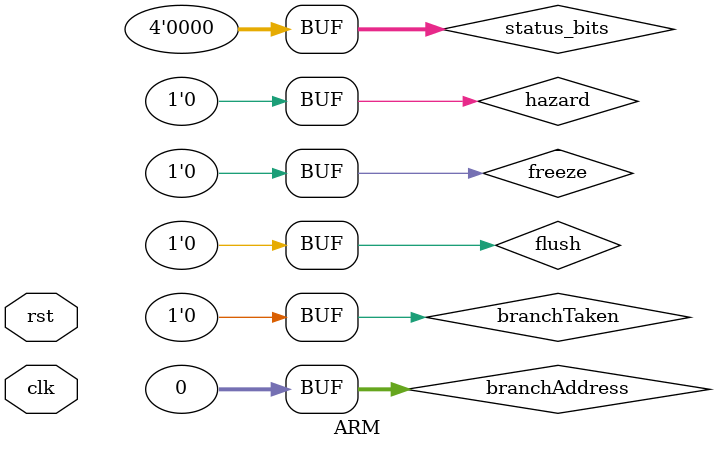
<source format=v>
module ARM (clk, rst);
input clk;
input rst;



	/*=====Wires=====*/

	//Stage IF//
	wire [31:0] IF_PC, IF_Inst;
	
	//Stage IF_ID Registers//
	wire [31:0] IF_ID_PC, IF_ID_Inst;

	//Stage ID//
	wire ID_WB_EN, ID_MEM_R_EN, ID_MEM_W_EN, ID_B, ID_S;
	wire [3:0] ID_EXE_CMD; 
	wire [31:0] ID_Val_Rn, ID_Val_Rm; 
	wire ID_imm; 
	wire [11:0] ID_Shift_operand;
	wire [23:0] ID_Signed_imm_24;
	wire [3:0] ID_Dest, ID_src1, ID_src2;
	wire ID_Two_src;

	//Stage ID_EX Registers//
	wire ID_EX_WB_EN, ID_EX_MEM_R_EN, ID_EX_MEM_W_EN, ID_EX_B, ID_EX_S;
	wire [3:0] ID_EX_EXE_CMD;
	wire [31:0] ID_EX_PC, ID_EX_Val_Rn, ID_EX_Val_Rm;
	wire ID_EX_imm; 
	wire [11:0] ID_EX_Shift_operand;
	wire [23:0] ID_EX_Signed_imm_24;
	wire [3:0] ID_EX_Dest;

	//Stage EX//
	wire [31:0] EX_PC;
	wire flush, branchTaken;
	wire [31:0] branchAddress; 
	wire [3:0] status_bits;

	assign {flush, branchTaken} = 2'b0;
	assign branchAddress = 32'b0;
	assign status_bits = 4'b0;

	//Status Register
	wire [3:0] SR;
	
	//Stage EX_MEM Registers//
	wire [31:0] EX_MEM_PC;

	//Stage MEM//
	wire [31:0] MEM_PC;

	//Stage MEM_WB Registers//
	wire [31:0] MEM_WB_PC;
	
	//Stage WB//
	wire WB_WriteBack_En;
	wire [3:0] WB_Dest;
	wire [31:0] WB_Value;

	//HazardDetectionUnit
	wire freeze, hazard;
	assign {freeze, hazard} = 2'b0;


	/*=====Modules=====*/

	//Stage IF//
	IF_Stage if_stage(
		.clk(clk),
		.rst(rst),
		.freeze(freeze), 
		.branchTaken(branchTaken), 
		.branchAddress(branchAddress), 
		.PC(IF_PC), 
		.Instruction(IF_Inst)
		);
	
	//Stage IF_ID Registers//
	IF_Stage_Reg if_stage_reg(
		.clk(clk), 
		.rst(rst), 
		.freeze(freeze), 
		.flush(flush), 
		.PC_in(IF_PC), 
		.Instruction_in(IF_Inst), 
		.PC(IF_ID_PC), 
		.Instruction(IF_ID_Inst)
		);

	//Stage ID//
	ID_Stage id_stage(
		.clk(clk), 
		.rst(rst), 
		.Instruction(IF_ID_Inst), 
		.Result_WB(WB_Value), 
		.writeBackEn(WB_WriteBack_En), 
		.Dest_wb(WB_Dest), 
		.hazard(hazard), 
		.SR(SR),
		.WB_EN(ID_WB_EN), 
		.MEM_R_EN(ID_MEM_R_EN), 
		.MEM_W_EN(ID_MEM_W_EN), 
		.B(ID_B), 
		.S(ID_S), 
		.EXE_CMD(ID_EXE_CMD), 
		.Val_Rn(ID_Val_Rn), 
		.Val_Rm(ID_Val_RM), 
		.imm(ID_imm), 
		.Shift_operand(ID_Shift_operand), 
		.Signed_imm_24(ID_Signed_imm_24), 
		.Dest(ID_Dest),
		.src1(ID_src1), 
		.src2(ID_src2), 
		.Two_src(ID_Two_src)
		);

	//Stage ID_EX Registers//
	ID_Stage_Reg id_stage_reg(
		.clk(clk), 
		.rst(rst), 
		.flush(flush), 
		.WB_EN_IN(ID_WB_EN), 
		.MEM_R_EN_IN(ID_MEM_R_EN), 
		.MEM_W_EN_IN(ID_MEM_W_EN),
		.B_IN(ID_B), 
		.S_IN(ID_S), 
		.EXEC_CMD_IN(ID_EXEC_CMD), 
		.PC_IN(IF_ID_PC), 
		.Val_Rn_IN(ID_Val_Rn), 
		.Val_Rm_IN(ID_Val_Rm),
		.imm_IN(ID_imm), 
		.Shift_operand_IN(ID_Shift_operand), 
		.Signed_imm_24_IN(ID_Signed_imm_24), 
		.Dest_IN(ID_Dest),
		.WB_EN(ID_EX_WB_EN), 
		.MEM_R_EN(ID_EX_MEM_R_EN), 
		.MEM_W_EN(ID_EX_MEM_W_EN), 
		.B(ID_EX_B), 
		.S(ID_EX_S), 
		.EXE_CMD(ID_EX_EXE_CMD), 
		.PC(ID_EX_PC), 
		.Val_Rn(ID_EX_Val_Rn), 
		.Val_Rm(ID_EX_Val_Rm),
		.imm(ID_EX_imm), 
		.Shift_operand(ID_EX_Shift_operand), 
		.Signed_imm_24(ID_EX_Signed_imm_24), 
		.Dest(ID_EX_Dest)
		);

	//Stage EX//
	EXE_Stage exe_stage(
		.clk(clk),
		.PCin(ID_EX_PC),
		.PCout(EX_PC)
		);

	//Status Register
	Reg #(.WIDTH(4)) status_register(
		.clk(clk),
		.rst(rst),
		.d(status_bits),
		.en(ID_EX_S),
		.q(SR)
		);

	//Stage EX_MEM Registers//
	EXE_reg exe_reg(
		.clk(clk),
		.rst(rst),
		.PCin(EX_PC),
		.PCout(EX_MEM_PC)
		);

	//Stage MEM//
	Memory memory(
		.clk(clk),
		.rst(rst),
		.PCin(EX_MEM_PC),
		.PCout(MEM_PC)
		);

	//Stage MEM_WB Registers//
	MEM_reg mem_reg(
		.clk(clk),
		.rst(rst),
		.PCin(MEM_PC),
		.PCout(MEM_WB_PC)
		);
	
	//Stage WB//
	WB_stage wb_stage(
		.clk(clk),
		.rst(rst),
		.PCin(MEM_WB_PC),
		.PCout(WB_PC)
		);


endmodule 
</source>
